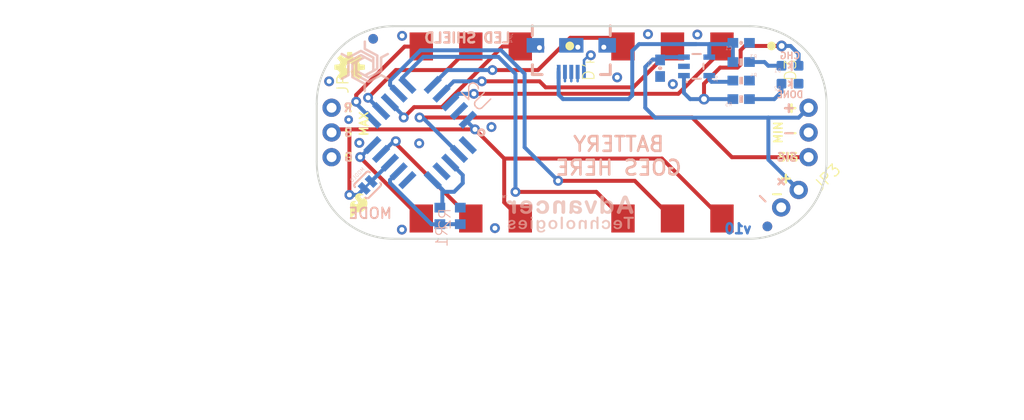
<source format=kicad_pcb>
(kicad_pcb (version 20211014) (generator pcbnew)
  (layers (0 "F.Cu" signal) (31 "B.Cu" signal) (34 "B.Paste" user) (35 "F.Paste" user) (36 "B.SilkS" user "B.Silkscreen") (37 "F.SilkS" user "F.Silkscreen") (38 "B.Mask" user) (39 "F.Mask" user) (44 "Edge.Cuts" user))
  (net 0 "")
  (net 1 "GND")
  (net 2 "SIG")
  (net 3 "+VS")
  (net 4 "SHLD_PWR")
  (net 5 "RAW")
  (net 6 "N$1")
  (net 7 "N$2")
  (net 8 "N$4")
  (net 9 "N$8")
  (net 10 "N$11")
  (net 11 "N$12")
  (net 12 "N$13")
  (net 13 "N$14")
  (net 14 "N$19")
  (net 15 "N$20")
  (net 16 "N$3")
  (net 17 "N$5")
  (net 18 "N$6")
  (net 19 "VBUS")
  (net 20 "N$10")
  (net 21 "N$15")
  (net 22 "N$17")
  (net 23 "N$9")
  (net 24 "SHIELD")
  (net 25 "D-")
  (net 26 "D+")
  (net 27 "ID")
  (footprint "boardEagle:FIDUCIAL-1X2" (layer "F.Cu") (at 128.13046 95.377)
    (fp_text reference "FID4" hide)
    (fp_text value "FIDUCIAL1X2" hide)
    (pad "1" smd roundrect (at 0 0) (size 1 1) (layers "F.Cu" "F.Mask") (roundrect_rratio 0.5))
  )
  (footprint "boardEagle:OSHW-LOGO-S" (layer "F.Cu") (at 125.71746 98.298)
    (fp_text reference "LOGO2" hide)
    (fp_text value "OSHW-LOGOS" hide)
  )
  (footprint "boardEagle:SFE_LOGO_FLAME_.1" (layer "F.Cu") (at 125.48886 114.173)
    (fp_text reference "LOGO1" hide)
    (fp_text value "SFE_LOGO_FLAME.1_INCH" hide)
  )
  (footprint "boardEagle:1X02_NO_SILK" (layer "F.Cu") (at 171.80576 110.9091 -135)
    (fp_text reference "JP3" (at -1.3462 -1.8288 -135) (layer "F.SilkS") (effects (font (size 1.143 1.143) (thickness 0.127)) (justify left bottom)))
    (fp_text value "LiPo")
    (pad "1" thru_hole circle (at 0 0 315) (size 1.8796 1.8796) (drill 1.016) (layers *.Cu *.Mask) (net 3 "+VS"))
    (pad "2" thru_hole circle (at 2.54 0 315) (size 1.8796 1.8796) (drill 1.016) (layers *.Cu *.Mask) (net 1 "GND"))
  )
  (footprint "boardEagle:1X03_NO_SILK" (layer "F.Cu") (at 172.82176 102.4636 -90)
    (fp_text reference "JP2" hide)
    (fp_text value "Signal" hide)
    (pad "1" thru_hole circle (at 0 0) (size 1.8796 1.8796) (drill 1.016) (layers *.Cu *.Mask) (net 3 "+VS"))
    (pad "2" thru_hole circle (at 2.54 0) (size 1.8796 1.8796) (drill 1.016) (layers *.Cu *.Mask) (net 1 "GND"))
    (pad "3" thru_hole circle (at 5.08 0) (size 1.8796 1.8796) (drill 1.016) (layers *.Cu *.Mask) (net 2 "SIG"))
  )
  (footprint "boardEagle:CREATIVE_COMMONS" (layer "F.Cu") (at 110.14726 131.4196)
    (fp_text reference "FRAME1" hide)
    (fp_text value "FRAME-LETTER" hide)
  )
  (footprint "boardEagle:LED_BAR_SMD" (layer "F.Cu") (at 158.85176 105.0036 180)
    (fp_text reference "D3" (at -11.43 7.62 270) (layer "F.SilkS") (effects (font (size 1.1684 1.1684) (thickness 0.1016)) (justify right top)))
    (fp_text value "SMA-B500")
    (pad "1" smd rect (at -5.08 8.84 270) (size 2.88 2.4) (layers "F.Cu" "F.Paste" "F.Mask") (net 6 "N$1"))
    (pad "2" smd rect (at 0 8.84 270) (size 2.88 2.4) (layers "F.Cu" "F.Paste" "F.Mask") (net 7 "N$2"))
    (pad "3" smd rect (at 5.08 8.84 270) (size 2.88 2.4) (layers "F.Cu" "F.Paste" "F.Mask") (net 8 "N$4"))
    (pad "4" smd rect (at 5.08 -8.84 270) (size 2.88 2.4) (layers "F.Cu" "F.Paste" "F.Mask") (net 9 "N$8"))
    (pad "5" smd rect (at 0 -8.84 270) (size 2.88 2.4) (layers "F.Cu" "F.Paste" "F.Mask") (net 16 "N$3"))
    (pad "6" smd rect (at -5.08 -8.84 270) (size 2.88 2.4) (layers "F.Cu" "F.Paste" "F.Mask") (net 4 "SHLD_PWR"))
  )
  (footprint "boardEagle:1X03_NO_SILK" (layer "F.Cu") (at 123.86326 102.4636 -90)
    (fp_text reference "JP1" (at -1.3462 -1.8288 -90) (layer "F.SilkS") (effects (font (size 1.143 1.143) (thickness 0.127)) (justify left bottom)))
    (fp_text value "Power")
    (pad "1" thru_hole circle (at 0 0) (size 1.8796 1.8796) (drill 1.016) (layers *.Cu *.Mask) (net 5 "RAW"))
    (pad "2" thru_hole circle (at 2.54 0) (size 1.8796 1.8796) (drill 1.016) (layers *.Cu *.Mask) (net 4 "SHLD_PWR"))
    (pad "3" thru_hole circle (at 5.08 0) (size 1.8796 1.8796) (drill 1.016) (layers *.Cu *.Mask) (net 1 "GND"))
  )
  (footprint "boardEagle:FIDUCIAL-1X2" (layer "F.Cu") (at 168.59266 114.6556)
    (fp_text reference "FID3" hide)
    (fp_text value "FIDUCIAL1X2" hide)
    (pad "1" smd roundrect (at 0 0) (size 1 1) (layers "F.Cu" "F.Mask") (roundrect_rratio 0.5))
  )
  (footprint "boardEagle:LED_BAR_SMD" (layer "F.Cu") (at 138.15076 105.0036 180)
    (fp_text reference "D4" (at -11.43 7.62 270) (layer "F.SilkS") (effects (font (size 1.1684 1.1684) (thickness 0.1016)) (justify right top)))
    (fp_text value "SMA-B500")
    (pad "1" smd rect (at -5.08 8.84 270) (size 2.88 2.4) (layers "F.Cu" "F.Paste" "F.Mask") (net 17 "N$5"))
    (pad "2" smd rect (at 0 8.84 270) (size 2.88 2.4) (layers "F.Cu" "F.Paste" "F.Mask") (net 10 "N$11"))
    (pad "3" smd rect (at 5.08 8.84 270) (size 2.88 2.4) (layers "F.Cu" "F.Paste" "F.Mask") (net 11 "N$12"))
    (pad "4" smd rect (at 5.08 -8.84 270) (size 2.88 2.4) (layers "F.Cu" "F.Paste" "F.Mask") (net 12 "N$13"))
    (pad "5" smd rect (at 0 -8.84 270) (size 2.88 2.4) (layers "F.Cu" "F.Paste" "F.Mask") (net 13 "N$14"))
    (pad "6" smd rect (at -5.08 -8.84 270) (size 2.88 2.4) (layers "F.Cu" "F.Paste" "F.Mask") (net 4 "SHLD_PWR"))
  )
  (footprint "boardEagle:PLCC20S" (layer "B.Cu") (at 132.94376 105.0036 135)
    (fp_text reference "U2" (at -3.175 5.715 315) (layer "B.SilkS") (effects (font (size 1.63576 1.63576) (thickness 0.14224)) (justify left bottom mirror)))
    (fp_text value "LM3914V")
    (pad "1" smd rect (at 0 4.3825 135) (size 0.63 2.035) (layers "B.Cu" "B.Paste" "B.Mask") (net 6 "N$1"))
    (pad "2" smd rect (at -1.27 4.3825 135) (size 0.63 2.035) (layers "B.Cu" "B.Paste" "B.Mask") (net 1 "GND"))
    (pad "3" smd rect (at -2.54 4.3825 135) (size 0.63 2.035) (layers "B.Cu" "B.Paste" "B.Mask") (net 4 "SHLD_PWR"))
    (pad "4" smd rect (at -4.3825 2.54 45) (size 0.63 2.035) (layers "B.Cu" "B.Paste" "B.Mask") (net 1 "GND"))
    (pad "5" smd rect (at -4.3825 1.27 45) (size 0.63 2.035) (layers "B.Cu" "B.Paste" "B.Mask") (net 2 "SIG"))
    (pad "6" smd rect (at -4.3825 0 45) (size 0.63 2.035) (layers "B.Cu" "B.Paste" "B.Mask") (net 15 "N$20"))
    (pad "7" smd rect (at -4.3825 -1.27 45) (size 0.63 2.035) (layers "B.Cu" "B.Paste" "B.Mask"))
    (pad "8" smd rect (at -4.3825 -2.54 45) (size 0.63 2.035) (layers "B.Cu" "B.Paste" "B.Mask") (net 15 "N$20"))
    (pad "9" smd rect (at -2.54 -4.3825 135) (size 0.63 2.035) (layers "B.Cu" "B.Paste" "B.Mask"))
    (pad "10" smd rect (at -1.27 -4.3825 135) (size 0.63 2.035) (layers "B.Cu" "B.Paste" "B.Mask") (net 14 "N$19"))
    (pad "11" smd rect (at 0 -4.3825 135) (size 0.63 2.035) (layers "B.Cu" "B.Paste" "B.Mask") (net 18 "N$6"))
    (pad "12" smd rect (at 1.27 -4.3825 135) (size 0.63 2.035) (layers "B.Cu" "B.Paste" "B.Mask") (net 13 "N$14"))
    (pad "13" smd rect (at 2.54 -4.3825 135) (size 0.63 2.035) (layers "B.Cu" "B.Paste" "B.Mask") (net 12 "N$13"))
    (pad "14" smd rect (at 4.3825 -2.54 45) (size 0.63 2.035) (layers "B.Cu" "B.Paste" "B.Mask") (net 11 "N$12"))
    (pad "15" smd rect (at 4.3825 -1.27 45) (size 0.63 2.035) (layers "B.Cu" "B.Paste" "B.Mask") (net 10 "N$11"))
    (pad "16" smd rect (at 4.3825 0 45) (size 0.63 2.035) (layers "B.Cu" "B.Paste" "B.Mask") (net 17 "N$5"))
    (pad "17" smd rect (at 4.3825 1.27 45) (size 0.63 2.035) (layers "B.Cu" "B.Paste" "B.Mask") (net 16 "N$3"))
    (pad "18" smd rect (at 4.3825 2.54 45) (size 0.63 2.035) (layers "B.Cu" "B.Paste" "B.Mask") (net 9 "N$8"))
    (pad "19" smd rect (at 2.54 4.3825 135) (size 0.63 2.035) (layers "B.Cu" "B.Paste" "B.Mask") (net 8 "N$4"))
    (pad "20" smd rect (at 1.27 4.3825 135) (size 0.63 2.035) (layers "B.Cu" "B.Paste" "B.Mask") (net 7 "N$2"))
  )
  (footprint "boardEagle:FIDUCIAL-1X2" (layer "B.Cu") (at 128.13046 95.377 180)
    (fp_text reference "FID1" hide)
    (fp_text value "FIDUCIAL1X2" hide)
    (pad "1" smd roundrect (at 0 0 180) (size 1 1) (layers "B.Cu" "B.Mask") (roundrect_rratio 0.5))
  )
  (footprint "boardEagle:R0603" (layer "B.Cu") (at 137.07126 113.5761 -90)
    (fp_text reference "R2" (at -0.889 0.889 90) (layer "B.SilkS") (effects (font (size 1.1684 1.1684) (thickness 0.1016)) (justify left bottom mirror)))
    (fp_text value "7.5k")
    (pad "1" smd rect (at -0.85 0 270) (size 1 1.1) (layers "B.Cu" "B.Paste" "B.Mask") (net 1 "GND"))
    (pad "2" smd rect (at 0.85 0 270) (size 1 1.1) (layers "B.Cu" "B.Paste" "B.Mask") (net 14 "N$19"))
  )
  (footprint "boardEagle:SOT23-5" (layer "B.Cu") (at 161.32826 98.2091 90)
    (fp_text reference "U1" (at -0.889 2.159 270) (layer "B.SilkS") (effects (font (size 0.373888 0.373888) (thickness 0.032512)) (justify left bottom mirror)))
    (fp_text value "MCP73831")
    (pad "1" smd rect (at -0.95 -1.3001 90) (size 0.55 1.2) (layers "B.Cu" "B.Paste" "B.Mask") (net 21 "N$15"))
    (pad "2" smd rect (at 0 -1.3001 90) (size 0.55 1.2) (layers "B.Cu" "B.Paste" "B.Mask") (net 1 "GND"))
    (pad "3" smd rect (at 0.95 -1.3001 90) (size 0.55 1.2) (layers "B.Cu" "B.Paste" "B.Mask") (net 3 "+VS"))
    (pad "4" smd rect (at 0.95 1.3001 90) (size 0.55 1.2) (layers "B.Cu" "B.Paste" "B.Mask") (net 19 "VBUS"))
    (pad "5" smd rect (at -0.95 1.3001 90) (size 0.55 1.2) (layers "B.Cu" "B.Paste" "B.Mask") (net 22 "N$17"))
  )
  (footprint "boardEagle:FIDUCIAL-1X2" (layer "B.Cu") (at 168.59266 114.6556 180)
    (fp_text reference "FID2" hide)
    (fp_text value "FIDUCIAL1X2" hide)
    (pad "1" smd roundrect (at 0 0 180) (size 1 1) (layers "B.Cu" "B.Mask") (roundrect_rratio 0.5))
  )
  (footprint "boardEagle:SPIRAL_LOGO_60%" (layer "B.Cu") (at 127.22876 98.2091 180)
    (fp_text reference "U$9" hide)
    (fp_text value "" hide)
  )
  (footprint "boardEagle:PAD-JUMPER-2-NC_BY_TRACE_YES_SILK" (layer "B.Cu") (at 127.564856 110.393397 -135)
    (fp_text reference "MODE0" (at -0.9525 1.27 45) (layer "B.SilkS") (effects (font (size 0.373888 0.373888) (thickness 0.032512)) (justify left bottom mirror)))
    (fp_text value "JUMPER-PAD-2-NC_BY_TRACE")
    (fp_line (start -0.381 0) (end 0.381 0) (layer "B.Cu") (width 0.254))
    (pad "1" smd rect (at -0.508 0 225) (size 0.635 1.27) (layers "B.Cu" "B.Mask") (net 18 "N$6"))
    (pad "2" smd rect (at 0.508 0 225) (size 0.635 1.27) (layers "B.Cu" "B.Mask") (net 4 "SHLD_PWR"))
  )
  (footprint "boardEagle:USB-B-MICRO-SMD_V03" (layer "B.Cu") (at 148.46626 96.0501 -90)
    (fp_text reference "JP4" (at -1.27 5.969 90) (layer "B.SilkS") (effects (font (size 0.373888 0.373888) (thickness 0.032512)) (justify left bottom mirror)))
    (fp_text value "")
    (pad "" np_thru_hole circle (at 2.2 -1.9 270) (size 0.85 0.85) (drill 0.85) (layers *.Cu *.Mask))
    (pad "" np_thru_hole circle (at 2.2 1.9 270) (size 0.85 0.85) (drill 0.85) (layers *.Cu *.Mask))
    (pad "D+" smd rect (at 2.725 0 180) (size 0.4 1.45) (layers "B.Cu" "B.Paste" "B.Mask") (net 26 "D+"))
    (pad "D-" smd rect (at 2.725 0.65 180) (size 0.4 1.45) (layers "B.Cu" "B.Paste" "B.Mask") (net 25 "D-"))
    (pad "GND" smd rect (at 2.725 -1.3 180) (size 0.4 1.45) (layers "B.Cu" "B.Paste" "B.Mask") (net 1 "GND"))
    (pad "ID" smd rect (at 2.725 -0.65 180) (size 0.4 1.45) (layers "B.Cu" "B.Paste" "B.Mask") (net 27 "ID"))
    (pad "SHIELD1" smd rect (at 0 3.685 180) (size 1.8 1.5) (layers "B.Cu") (net 24 "SHIELD"))
    (pad "SHIELD2" smd rect (at 0 -3.685 180) (size 1.8 1.5) (layers "B.Cu") (net 24 "SHIELD"))
    (pad "SHIELD3" smd rect (at 0 0 180) (size 2.5 1.5) (layers "B.Cu") (net 24 "SHIELD"))
    (pad "VBUS" smd rect (at 2.725 1.3 180) (size 0.4 1.45) (layers "B.Cu" "B.Paste" "B.Mask") (net 19 "VBUS"))
  )
  (footprint "boardEagle:R0603" (layer "B.Cu") (at 134.97576 113.5761 90)
    (fp_text reference "R1" (at -0.889 0.889 270) (layer "B.SilkS") (effects (font (size 1.1684 1.1684) (thickness 0.1016)) (justify left bottom mirror)))
    (fp_text value "6.49k")
    (pad "1" smd rect (at -0.85 0 90) (size 1 1.1) (layers "B.Cu" "B.Paste" "B.Mask") (net 14 "N$19"))
    (pad "2" smd rect (at 0.85 0 90) (size 1 1.1) (layers "B.Cu" "B.Paste" "B.Mask") (net 15 "N$20"))
  )
  (footprint "boardEagle:0603-RES" (layer "B.Cu") (at 165.90026 99.6696 180)
    (fp_text reference "R4" (at -0.889 0.762) (layer "B.SilkS") (effects (font (size 0.373888 0.373888) (thickness 0.032512)) (justify right top mirror)))
    (fp_text value "10K")
    (pad "1" smd rect (at -0.85 0 180) (size 1.1 1) (layers "B.Cu" "B.Paste" "B.Mask") (net 1 "GND"))
    (pad "2" smd rect (at 0.85 0 180) (size 1.1 1) (layers "B.Cu" "B.Paste" "B.Mask") (net 22 "N$17"))
  )
  (footprint "boardEagle:0603-CAP" (layer "B.Cu") (at 165.90026 95.7961)
    (fp_text reference "C1" (at -0.889 0.762 180) (layer "B.SilkS") (effects (font (size 0.373888 0.373888) (thickness 0.032512)) (justify left bottom mirror)))
    (fp_text value "4.7uF")
    (pad "1" smd rect (at -0.85 0) (size 1.1 1) (layers "B.Cu" "B.Paste" "B.Mask") (net 19 "VBUS"))
    (pad "2" smd rect (at 0.85 0) (size 1.1 1) (layers "B.Cu" "B.Paste" "B.Mask") (net 1 "GND"))
  )
  (footprint "boardEagle:0603-RES" (layer "B.Cu") (at 165.90026 101.5746)
    (fp_text reference "R5" (at -0.889 0.762 180) (layer "B.SilkS") (effects (font (size 0.373888 0.373888) (thickness 0.032512)) (justify left bottom mirror)))
    (fp_text value "330")
    (pad "1" smd rect (at -0.85 0) (size 1.1 1) (layers "B.Cu" "B.Paste" "B.Mask") (net 21 "N$15"))
    (pad "2" smd rect (at 0.85 0) (size 1.1 1) (layers "B.Cu" "B.Paste" "B.Mask") (net 23 "N$9"))
  )
  (footprint "boardEagle:ADVANCER_LOGO" (layer "B.Cu") (at 148.46626 113.5761 180)
    (fp_text reference "U$6" hide)
    (fp_text value "" hide)
  )
  (footprint "boardEagle:0603-CAP" (layer "B.Cu") (at 157.58176 98.3996 -90)
    (fp_text reference "C2" (at -0.889 0.762 90) (layer "B.SilkS") (effects (font (size 0.373888 0.373888) (thickness 0.032512)) (justify left bottom mirror)))
    (fp_text value "4.7uF")
    (pad "1" smd rect (at -0.85 0 270) (size 1.1 1) (layers "B.Cu" "B.Paste" "B.Mask") (net 3 "+VS"))
    (pad "2" smd rect (at 0.85 0 270) (size 1.1 1) (layers "B.Cu" "B.Paste" "B.Mask") (net 1 "GND"))
  )
  (footprint "boardEagle:0603-RES" (layer "B.Cu") (at 165.90026 97.7646 180)
    (fp_text reference "R3" (at -0.889 0.762) (layer "B.SilkS") (effects (font (size 0.373888 0.373888) (thickness 0.032512)) (justify right top mirror)))
    (fp_text value "330")
    (pad "1" smd rect (at -0.85 0 180) (size 1.1 1) (layers "B.Cu" "B.Paste" "B.Mask") (net 20 "N$10"))
    (pad "2" smd rect (at 0.85 0 180) (size 1.1 1) (layers "B.Cu" "B.Paste" "B.Mask") (net 19 "VBUS"))
  )
  (footprint "boardEagle:LED-0603" (layer "B.Cu") (at 170.91676 98.1456 90)
    (fp_text reference "D1" (at -0.6985 -0.889 180) (layer "B.SilkS") (effects (font (size 0.373888 0.373888) (thickness 0.032512)) (justify left bottom mirror)))
    (fp_text value "RED")
    (pad "A" smd roundrect (at 0 -0.877 90) (size 1 1) (layers "B.Cu" "B.Paste" "B.Mask") (roundrect_rratio 0.15) (net 20 "N$10"))
    (pad "C" smd roundrect (at 0 0.877 90) (size 1 1) (layers "B.Cu" "B.Paste" "B.Mask") (roundrect_rratio 0.15) (net 21 "N$15"))
  )
  (footprint "boardEagle:LED-0603" (layer "B.Cu") (at 170.91676 99.9871 90)
    (fp_text reference "D2" (at -0.6985 -0.889 180) (layer "B.SilkS") (effects (font (size 0.373888 0.373888) (thickness 0.032512)) (justify left bottom mirror)))
    (fp_text value "GREEN")
    (pad "A" smd roundrect (at 0 -0.877 90) (size 1 1) (layers "B.Cu" "B.Paste" "B.Mask") (roundrect_rratio 0.15) (net 23 "N$9"))
    (pad "C" smd roundrect (at 0 0.877 90) (size 1 1) (layers "B.Cu" "B.Paste" "B.Mask") (roundrect_rratio 0.15) (net 1 "GND"))
  )
  (gr_line (start 174.66326 102.0191) (end 174.66326 107.9246) (layer "Edge.Cuts") (width 0.2032))
  (gr_line (start 130.11801 115.9256) (end 130.14976 115.9256) (layer "Edge.Cuts") (width 0.2032))
  (gr_line (start 166.78926 94.0816) (end 130.14976 94.0816) (layer "Edge.Cuts") (width 0.2032))
  (gr_arc (start 122.33926 102.0826) (mid 124.587449 96.464492) (end 130.14976 94.0816) (layer "Edge.Cuts") (width 0.2032))
  (gr_arc (start 130.14976 115.9256) (mid 124.6006 113.574458) (end 122.33926 107.9881) (layer "Edge.Cuts") (width 0.2032))
  (gr_line (start 130.14976 115.9256) (end 166.78926 115.9256) (layer "Edge.Cuts") (width 0.2032))
  (gr_line (start 122.33926 102.0826) (end 122.33926 102.0191) (layer "Edge.Cuts") (width 0.2032))
  (gr_line (start 122.33926 107.9881) (end 122.33926 102.0826) (layer "Edge.Cuts") (width 0.2032))
  (gr_arc (start 174.66326 107.9246) (mid 172.383321 113.555859) (end 166.78926 115.9256) (layer "Edge.Cuts") (width 0.2032))
  (gr_arc (start 166.78926 94.0816) (mid 172.37017 96.419591) (end 174.66326 102.0191) (layer "Edge.Cuts") (width 0.2032))
  (gr_text "v10" (at 167.09406 115.4938) (layer "B.Cu") (effects (font (size 1.016 1.016) (thickness 0.254)) (justify left bottom mirror)))
  (gr_text "DONE" (at 170.91676 100.711) (layer "B.SilkS") (effects (font (size 0.674624 0.674624) (thickness 0.138176)) (justify top mirror)))
  (gr_text "MODE" (at 127.83201 113.3094) (layer "B.SilkS") (effects (font (size 1.0795 1.0795) (thickness 0.1905)) (justify mirror)))
  (gr_text "+" (at 171.04761 110.150954 315) (layer "B.SilkS") (effects (font (size 1.016 1.016) (thickness 0.254)) (justify right top)))
  (gr_text "LED SHIELD" (at 137.80786 95.885) (layer "B.SilkS") (effects (font (size 1.016 1.016) (thickness 0.254)) (justify bottom mirror)))
  (gr_text "-" (at 169.16121 111.884054 315) (layer "B.SilkS") (effects (font (size 1.0541 1.0541) (thickness 0.2159)) (justify right top)))
  (gr_text "BATTERY\nGOES HERE" (at 153.32726 107.4166) (layer "B.SilkS") (effects (font (size 1.5113 1.5113) (thickness 0.2667)) (justify mirror)))
  (gr_text "+" (at 171.59621 102.4382) (layer "B.SilkS") (effects (font (size 1.016 1.016) (thickness 0.254)) (justify left mirror)))
  (gr_text "SIG" (at 171.71926 107.5436) (layer "B.SilkS") (effects (font (size 0.84328 0.84328) (thickness 0.17272)) (justify left mirror)))
  (gr_text "-" (at 171.61526 105.0036) (layer "B.SilkS") (effects (font (size 1.0541 1.0541) (thickness 0.2159)) (justify left mirror)))
  (gr_text "G" (at 125.06976 107.5436) (layer "B.SilkS") (effects (font (size 0.84328 0.84328) (thickness 0.17272)) (justify right mirror)))
  (gr_text "R" (at 125.00626 102.4636) (layer "B.SilkS") (effects (font (size 0.84328 0.84328) (thickness 0.17272)) (justify right mirror)))
  (gr_text "S" (at 125.06976 105.0036) (layer "B.SilkS") (effects (font (size 0.84328 0.84328) (thickness 0.17272)) (justify right mirror)))
  (gr_text "R" (at 125.00626 102.4636) (layer "B.SilkS") (effects (font (size 0.84328 0.84328) (thickness 0.17272)) (justify right mirror)))
  (gr_text "CHG" (at 170.91676 97.5106) (layer "B.SilkS") (effects (font (size 0.674624 0.674624) (thickness 0.138176)) (justify bottom mirror)))
  (gr_text "G" (at 125.06976 107.5436) (layer "F.SilkS") (effects (font (size 0.84328 0.84328) (thickness 0.17272)) (justify left)))
  (gr_text "MIN" (at 169.71026 105.0036 90) (layer "F.SilkS") (effects (font (size 0.84328 0.84328) (thickness 0.17272))))
  (gr_text "SIG" (at 171.86926 107.5436) (layer "F.SilkS") (effects (font (size 0.84328 0.84328) (thickness 0.17272)) (justify right)))
  (gr_text "+" (at 171.28506 109.6772) (layer "F.SilkS") (effects (font (size 1.016 1.016) (thickness 0.254)) (justify right)))
  (gr_text "-" (at 171.86926 105.0036) (layer "F.SilkS") (effects (font (size 1.0541 1.0541) (thickness 0.2159)) (justify right)))
  (gr_text "+" (at 171.86291 102.4382) (layer "F.SilkS") (effects (font (size 1.016 1.016) (thickness 0.254)) (justify right)))
  (gr_text "S" (at 125.06976 105.0036) (layer "F.SilkS") (effects (font (size 0.84328 0.84328) (thickness 0.17272)) (justify left)))
  (gr_text "MAX" (at 127.18826 104.1146 90) (layer "F.SilkS") (effects (font (size 0.84328 0.84328) (thickness 0.17272))))
  (gr_text "R" (at 125.06976 102.4636) (layer "F.SilkS") (effects (font (size 0.84328 0.84328) (thickness 0.17272)) (justify left)))
  (gr_text "-" (at 170.37066 111.2774) (layer "F.SilkS") (effects (font (size 1.0541 1.0541) (thickness 0.2159)) (justify right)))
  (via (at 158.88956 100.0342) (size 1.016) (drill 0.508) (layers "F.Cu" "B.Cu") (net 1))
  (via (at 123.60926 99.7458) (size 1.016) (drill 0.508) (layers "F.Cu" "B.Cu") (net 1))
  (via (at 132.85486 106.1212) (size 1.016) (drill 0.508) (layers "F.Cu" "B.Cu") (net 1))
  (via (at 153.17486 99.3394) (size 1.016) (drill 0.508) (layers "F.Cu" "B.Cu") (net 1))
  (via (at 126.70726 106.0688) (size 1.016) (drill 0.508) (layers "F.Cu" "B.Cu") (net 1))
  (via (at 131.10226 95.0722) (size 1.016) (drill 0.508) (layers "F.Cu" "B.Cu") (net 1))
  (via (at 161.40416 94.9415) (size 1.016) (drill 0.508) (layers "F.Cu" "B.Cu") (net 1))
  (via (at 131.07686 114.9858) (size 1.016) (drill 0.508) (layers "F.Cu" "B.Cu") (net 1))
  (via (at 125.61586 103.6828) (size 0.889) (drill 0.381) (layers "F.Cu" "B.Cu") (net 1))
  (via (at 156.33686 94.9034) (size 1.016) (drill 0.508) (layers "F.Cu" "B.Cu") (net 1))
  (via (at 150.46976 97.0661) (size 1.016) (drill 0.508) (layers "F.Cu" "B.Cu") (net 1))
  (via (at 140.62726 114.8334) (size 1.016) (drill 0.508) (layers "F.Cu" "B.Cu") (net 1))
  (via (at 140.27166 104.4448) (size 1.016) (drill 0.508) (layers "F.Cu" "B.Cu") (net 1))
  (segment (start 149.77126 98.4758) (end 149.76626 98.4758) (width 0.254) (layer "B.Cu") (net 1))
  (segment (start 149.77126 97.5741) (end 150.08876 97.2566) (width 0.254) (layer "B.Cu") (net 1))
  (segment (start 149.77126 98.4758) (end 149.77126 97.5741) (width 0.254) (layer "B.Cu") (net 1))
  (segment (start 149.76626 98.4758) (end 149.76626 98.7751) (width 0.254) (layer "B.Cu") (net 1))
  (segment (start 160.87106 103.4669) (end 164.94776 107.5436) (width 0.4064) (layer "F.Cu") (net 2))
  (segment (start 164.94776 107.5436) (end 172.82176 107.5436) (width 0.4064) (layer "F.Cu") (net 2))
  (segment (start 132.89296 103.4669) (end 160.87106 103.4669) (width 0.4064) (layer "F.Cu") (net 2))
  (via (at 132.89296 103.4669) (size 1.016) (drill 0.508) (layers "F.Cu" "B.Cu") (net 2))
  (segment (start 136.940681 107.204472) (end 133.203113 103.4669) (width 0.4064) (layer "B.Cu") (net 2))
  (segment (start 133.203113 103.4669) (end 132.89296 103.4669) (width 0.4064) (layer "B.Cu") (net 2))
  (segment (start 156.05776 102.4636) (end 156.05776 98.2726) (width 0.4064) (layer "B.Cu") (net 3))
  (segment (start 156.05776 102.4636) (end 157.07376 103.4796) (width 0.4064) (layer "B.Cu") (net 3))
  (segment (start 157.58176 97.5106) (end 157.58176 97.2591) (width 0.4064) (layer "B.Cu") (net 3))
  (segment (start 157.58176 97.5106) (end 157.58176 97.5496) (width 0.4064) (layer "B.Cu") (net 3))
  (segment (start 171.80576 110.9091) (end 168.69426 107.7976) (width 0.4064) (layer "B.Cu") (net 3))
  (segment (start 157.58176 97.5106) (end 156.81976 97.5106) (width 0.4064) (layer "B.Cu") (net 3))
  (segment (start 168.69426 107.7976) (end 168.69426 103.4796) (width 0.4064) (layer "B.Cu") (net 3))
  (segment (start 157.58176 97.2591) (end 160.02816 97.2591) (width 0.4064) (layer "B.Cu") (net 3))
  (segment (start 157.07376 103.4796) (end 168.69426 103.4796) (width 0.4064) (layer "B.Cu") (net 3))
  (segment (start 156.81976 97.5106) (end 156.05776 98.2726) (width 0.4064) (layer "B.Cu") (net 3))
  (segment (start 168.69426 103.4796) (end 171.80576 103.4796) (width 0.4064) (layer "B.Cu") (net 3))
  (segment (start 171.80576 103.4796) (end 172.82176 102.4636) (width 0.4064) (layer "B.Cu") (net 3))
  (segment (start 157.77146 107.6833) (end 163.93176 113.8436) (width 0.4064) (layer "F.Cu") (net 4))
  (segment (start 141.57976 112.1926) (end 143.23076 113.8436) (width 0.4064) (layer "F.Cu") (net 4))
  (segment (start 125.69206 104.6861) (end 125.69206 111.4171) (width 0.4064) (layer "F.Cu") (net 4))
  (segment (start 138.58256 104.6861) (end 141.57976 107.6833) (width 0.4064) (layer "F.Cu") (net 4))
  (segment (start 138.58256 104.6861) (end 125.69206 104.6861) (width 0.4064) (layer "F.Cu") (net 4))
  (segment (start 141.57976 107.6833) (end 141.57976 112.1926) (width 0.4064) (layer "F.Cu") (net 4))
  (segment (start 124.09186 104.775) (end 123.86326 105.0036) (width 0.4064) (layer "F.Cu") (net 4))
  (segment (start 157.77146 107.6833) (end 141.57976 107.6833) (width 0.4064) (layer "F.Cu") (net 4))
  (segment (start 124.09186 104.6861) (end 124.09186 104.775) (width 0.4064) (layer "F.Cu") (net 4))
  (segment (start 125.69206 104.6861) (end 124.09186 104.6861) (width 0.4064) (layer "F.Cu") (net 4))
  (via (at 125.69206 111.4171) (size 1.016) (drill 0.508) (layers "F.Cu" "B.Cu") (net 4))
  (via (at 138.58256 104.6861) (size 1.016) (drill 0.508) (layers "F.Cu" "B.Cu") (net 4))
  (segment (start 137.76976 103.8733) (end 137.76976 103.769704) (width 0.4064) (layer "B.Cu") (net 4))
  (segment (start 137.76976 103.769704) (end 137.838706 103.700757) (width 0.4064) (layer "B.Cu") (net 4))
  (segment (start 125.69206 111.4171) (end 126.541156 111.4171) (width 0.4064) (layer "B.Cu") (net 4))
  (segment (start 126.541156 111.4171) (end 127.205647 110.75261) (width 0.4064) (layer "B.Cu") (net 4))
  (segment (start 138.58256 104.6861) (end 137.76976 103.8733) (width 0.4064) (layer "B.Cu") (net 4))
  (segment (start 163.91906 96.5581) (end 159.44866 101.0285) (width 0.4064) (layer "F.Cu") (net 6))
  (segment (start 159.44866 101.0285) (end 138.46826 101.0285) (width 0.4064) (layer "F.Cu") (net 6))
  (segment (start 163.91906 96.5581) (end 163.91906 96.1763) (width 0.4064) (layer "F.Cu") (net 6))
  (segment (start 163.91906 96.1763) (end 163.93176 96.1636) (width 0.4064) (layer "F.Cu") (net 6))
  (via (at 138.46826 101.0285) (size 1.016) (drill 0.508) (layers "F.Cu" "B.Cu") (net 6))
  (segment (start 136.89346 101.0285) (end 138.46826 101.0285) (width 0.4064) (layer "B.Cu") (net 6))
  (segment (start 136.042656 101.904707) (end 136.042656 101.879304) (width 0.4064) (layer "B.Cu") (net 6))
  (segment (start 136.042656 101.879304) (end 136.89346 101.0285) (width 0.4064) (layer "B.Cu") (net 6))
  (segment (start 145.21196 99.7458) (end 145.83426 100.3681) (width 0.4064) (layer "F.Cu") (net 7))
  (segment (start 158.63586 96.5581) (end 154.82586 100.3681) (width 0.4064) (layer "F.Cu") (net 7))
  (segment (start 139.28106 99.7458) (end 145.21196 99.7458) (width 0.4064) (layer "F.Cu") (net 7))
  (segment (start 145.83426 100.3681) (end 154.82586 100.3681) (width 0.4064) (layer "F.Cu") (net 7))
  (segment (start 158.63586 96.3795) (end 158.85176 96.1636) (width 0.4064) (layer "F.Cu") (net 7))
  (segment (start 158.63586 96.5581) (end 158.63586 96.3795) (width 0.4064) (layer "F.Cu") (net 7))
  (via (at 139.28106 99.7458) (size 1.016) (drill 0.508) (layers "F.Cu" "B.Cu") (net 7))
  (segment (start 135.144631 101.006682) (end 136.40551 99.7458) (width 0.4064) (layer "B.Cu") (net 7))
  (segment (start 136.40551 99.7458) (end 139.28106 99.7458) (width 0.4064) (layer "B.Cu") (net 7))
  (segment (start 152.97166 95.2754) (end 153.77176 96.0755) (width 0.4064) (layer "F.Cu") (net 8))
  (segment (start 148.36156 95.2754) (end 152.97166 95.2754) (width 0.4064) (layer "F.Cu") (net 8))
  (segment (start 145.04686 98.5901) (end 140.37326 98.5901) (width 0.4064) (layer "F.Cu") (net 8))
  (segment (start 153.77176 96.0755) (end 153.77176 96.1636) (width 0.4064) (layer "F.Cu") (net 8))
  (segment (start 148.36156 95.2754) (end 145.04686 98.5901) (width 0.4064) (layer "F.Cu") (net 8))
  (segment (start 153.56936 95.9612) (end 153.77176 96.1636) (width 0.4064) (layer "F.Cu") (net 8))
  (via (at 140.37326 98.5901) (size 1.016) (drill 0.508) (layers "F.Cu" "B.Cu") (net 8))
  (segment (start 134.246606 100.108657) (end 135.765163 98.5901) (width 0.4064) (layer "B.Cu") (net 8))
  (segment (start 135.765163 98.5901) (end 140.37326 98.5901) (width 0.4064) (layer "B.Cu") (net 8))
  (segment (start 151.04046 111.1123) (end 153.77176 113.8436) (width 0.4064) (layer "F.Cu") (net 9))
  (segment (start 142.73546 111.1123) (end 151.04046 111.1123) (width 0.4064) (layer "F.Cu") (net 9))
  (via (at 142.73546 111.1123) (size 1.016) (drill 0.508) (layers "F.Cu" "B.Cu") (net 9))
  (segment (start 131.07686 99.441) (end 131.640916 100.005057) (width 0.4064) (layer "B.Cu") (net 9))
  (segment (start 140.98286 97.2312) (end 142.73546 98.9838) (width 0.4064) (layer "B.Cu") (net 9))
  (segment (start 131.07686 99.441) (end 133.28666 97.2312) (width 0.4064) (layer "B.Cu") (net 9))
  (segment (start 131.16576 99.4791) (end 131.16576 99.633497) (width 0.4064) (layer "B.Cu") (net 9))
  (segment (start 133.28666 97.2312) (end 140.98286 97.2312) (width 0.4064) (layer "B.Cu") (net 9))
  (segment (start 142.73546 111.1123) (end 142.73546 98.9838) (width 0.4064) (layer "B.Cu") (net 9))
  (segment (start 131.640916 100.005057) (end 131.640916 100.108657) (width 0.4064) (layer "B.Cu") (net 9))
  (segment (start 131.16576 99.633497) (end 131.640916 100.108657) (width 0.4064) (layer "B.Cu") (net 9))
  (segment (start 130.45456 98.5901) (end 135.72426 98.5901) (width 0.4064) (layer "F.Cu") (net 10))
  (segment (start 127.60976 101.4349) (end 130.45456 98.5901) (width 0.4064) (layer "F.Cu") (net 10))
  (segment (start 135.72426 98.5901) (end 138.15076 96.1636) (width 0.4064) (layer "F.Cu") (net 10))
  (via (at 127.60976 101.4349) (size 1.016) (drill 0.508) (layers "F.Cu" "B.Cu") (net 10))
  (segment (start 128.946841 102.802732) (end 127.60976 101.465654) (width 0.4064) (layer "B.Cu") (net 10))
  (segment (start 127.60976 101.465654) (end 127.60976 101.4349) (width 0.4064) (layer "B.Cu") (net 10))
  (segment (start 126.39056 101.1428) (end 126.39056 101.8413) (width 0.4064) (layer "F.Cu") (net 11))
  (segment (start 126.39056 101.1428) (end 131.35626 96.1771) (width 0.4064) (layer "F.Cu") (net 11))
  (segment (start 131.35626 96.1771) (end 133.05726 96.1771) (width 0.4064) (layer "F.Cu") (net 11))
  (segment (start 133.05726 96.1771) (end 133.07076 96.1636) (width 0.4064) (layer "F.Cu") (net 11))
  (via (at 126.39056 101.8413) (size 1.016) (drill 0.508) (layers "F.Cu" "B.Cu") (net 11))
  (segment (start 128.048816 103.700757) (end 126.39056 102.042504) (width 0.4064) (layer "B.Cu") (net 11))
  (segment (start 126.39056 102.042504) (end 126.39056 101.8413) (width 0.4064) (layer "B.Cu") (net 11))
  (segment (start 126.79696 107.5698) (end 133.07076 113.8436) (width 0.4064) (layer "F.Cu") (net 12))
  (segment (start 126.79696 107.5309) (end 126.79696 107.5698) (width 0.4064) (layer "F.Cu") (net 12))
  (via (at 126.79696 107.5309) (size 1.016) (drill 0.508) (layers "F.Cu" "B.Cu") (net 12))
  (segment (start 126.824363 107.5309) (end 126.79696 107.5309) (width 0.4064) (layer "B.Cu") (net 12))
  (segment (start 128.048816 106.306447) (end 126.824363 107.5309) (width 0.4064) (layer "B.Cu") (net 12))
  (segment (start 130.45456 105.9053) (end 130.45456 106.1474) (width 0.4064) (layer "F.Cu") (net 13))
  (segment (start 130.45456 106.1474) (end 138.15076 113.8436) (width 0.4064) (layer "F.Cu") (net 13))
  (via (at 130.45456 105.9053) (size 1.016) (drill 0.508) (layers "F.Cu" "B.Cu") (net 13))
  (segment (start 130.24601 105.9053) (end 130.45456 105.9053) (width 0.4064) (layer "B.Cu") (net 13))
  (segment (start 128.946841 107.204472) (end 130.24601 105.9053) (width 0.4064) (layer "B.Cu") (net 13))
  (segment (start 130.742891 109.000522) (end 129.85766 109.885754) (width 0.4064) (layer "B.Cu") (net 14))
  (segment (start 134.96216 114.4397) (end 134.97576 114.4261) (width 0.4064) (layer "B.Cu") (net 14))
  (segment (start 134.97576 114.4261) (end 137.07126 114.4261) (width 0.4064) (layer "B.Cu") (net 14))
  (segment (start 129.85766 109.885754) (end 129.85766 110.1852) (width 0.4064) (layer "B.Cu") (net 14))
  (segment (start 129.85766 110.1852) (end 134.11216 114.4397) (width 0.4064) (layer "B.Cu") (net 14))
  (segment (start 134.11216 114.4397) (end 134.96216 114.4397) (width 0.4064) (layer "B.Cu") (net 14))
  (segment (start 137.32526 109.3851) (end 137.32526 110.2106) (width 0.4064) (layer "B.Cu") (net 15))
  (segment (start 137.32526 110.2106) (end 136.43626 111.0996) (width 0.4064) (layer "B.Cu") (net 15))
  (segment (start 134.97576 112.7261) (end 135.22976 112.7261) (width 0.4064) (layer "B.Cu") (net 15))
  (segment (start 134.246606 109.898547) (end 135.447656 111.0996) (width 0.4064) (layer "B.Cu") (net 15))
  (segment (start 134.246606 109.898547) (end 135.22976 110.881704) (width 0.4064) (layer "B.Cu") (net 15))
  (segment (start 136.042656 108.102497) (end 137.32526 109.3851) (width 0.4064) (layer "B.Cu") (net 15))
  (segment (start 135.447656 111.0996) (end 136.43626 111.0996) (width 0.4064) (layer "B.Cu") (net 15))
  (segment (start 135.22976 112.7261) (end 135.22976 110.881704) (width 0.4064) (layer "B.Cu") (net 15))
  (segment (start 154.97746 109.9693) (end 147.11696 109.9693) (width 0.4064) (layer "F.Cu") (net 16))
  (segment (start 154.97746 109.9693) (end 158.85176 113.8436) (width 0.4064) (layer "F.Cu") (net 16))
  (via (at 147.11696 109.9693) (size 1.016) (drill 0.508) (layers "F.Cu" "B.Cu") (net 16))
  (segment (start 132.989206 96.5581) (end 129.87036 99.676947) (width 0.4064) (layer "B.Cu") (net 16))
  (segment (start 129.87036 99.676947) (end 129.87036 100.13415) (width 0.4064) (layer "B.Cu") (net 16))
  (segment (start 129.87036 100.13415) (end 130.742891 101.006682) (width 0.4064) (layer "B.Cu") (net 16))
  (segment (start 143.67526 106.5276) (end 143.67526 98.9711) (width 0.4064) (layer "B.Cu") (net 16))
  (segment (start 141.26226 96.5581) (end 132.989206 96.5581) (width 0.4064) (layer "B.Cu") (net 16))
  (segment (start 143.67526 98.9711) (end 141.26226 96.5581) (width 0.4064) (layer "B.Cu") (net 16))
  (segment (start 147.11696 109.9693) (end 143.67526 106.5276) (width 0.4064) (layer "B.Cu") (net 16))
  (segment (start 141.41546 96.1636) (end 143.23076 96.1636) (width 0.4064) (layer "F.Cu") (net 17))
  (segment (start 132.33416 102.4001) (end 135.17896 102.4001) (width 0.4064) (layer "F.Cu") (net 17))
  (segment (start 131.26736 103.4669) (end 132.33416 102.4001) (width 0.4064) (layer "F.Cu") (net 17))
  (segment (start 135.17896 102.4001) (end 141.41546 96.1636) (width 0.4064) (layer "F.Cu") (net 17))
  (via (at 131.26736 103.4669) (size 1.016) (drill 0.508) (layers "F.Cu" "B.Cu") (net 17))
  (segment (start 131.26736 103.3272) (end 131.26736 103.4669) (width 0.4064) (layer "B.Cu") (net 17))
  (segment (start 129.844866 101.904707) (end 131.26736 103.3272) (width 0.4064) (layer "B.Cu") (net 17))
  (segment (start 129.844866 108.113391) (end 127.924069 110.034188) (width 0.4064) (layer "B.Cu") (net 18))
  (segment (start 129.844866 108.102497) (end 129.844866 108.113391) (width 0.4064) (layer "B.Cu") (net 18))
  (segment (start 147.16626 98.7751) (end 147.16626 101.1286) (width 0.4064) (layer "B.Cu") (net 19))
  (segment (start 147.61226 101.5746) (end 154.34326 101.5746) (width 0.4064) (layer "B.Cu") (net 19))
  (segment (start 155.42276 95.9231) (end 159.99476 95.9231) (width 0.4064) (layer "B.Cu") (net 19))
  (segment (start 165.05026 95.9256) (end 165.05026 97.7646) (width 0.4064) (layer "B.Cu") (net 19))
  (segment (start 162.62836 95.959) (end 162.66176 95.9256) (width 0.4064) (layer "B.Cu") (net 19))
  (segment (start 159.99476 95.9231) (end 161.29236 95.9231) (width 0.4064) (layer "B.Cu") (net 19))
  (segment (start 162.66176 95.9256) (end 159.99726 95.9256) (width 0.4064) (layer "B.Cu") (net 19))
  (segment (start 165.05026 95.9256) (end 165.05026 95.7961) (width 0.4064) (layer "B.Cu") (net 19))
  (segment (start 147.16626 101.1286) (end 147.61226 101.5746) (width 0.4064) (layer "B.Cu") (net 19))
  (segment (start 154.34326 101.5746) (end 154.72426 101.1936) (width 0.4064) (layer "B.Cu") (net 19))
  (segment (start 154.72426 101.1936) (end 154.72426 96.6216) (width 0.4064) (layer "B.Cu") (net 19))
  (segment (start 165.05026 95.9256) (end 162.66176 95.9256) (width 0.4064) (layer "B.Cu") (net 19))
  (segment (start 162.62836 97.2591) (end 162.62836 95.959) (width 0.4064) (layer "B.Cu") (net 19))
  (segment (start 154.72426 96.6216) (end 155.42276 95.9231) (width 0.4064) (layer "B.Cu") (net 19))
  (segment (start 159.99726 95.9256) (end 159.99476 95.9231) (width 0.4064) (layer "B.Cu") (net 19))
  (segment (start 166.75026 97.7646) (end 168.30056 97.7646) (width 0.4064) (layer "B.Cu") (net 20))
  (segment (start 168.30056 97.7646) (end 168.68156 98.1456) (width 0.4064) (layer "B.Cu") (net 20))
  (segment (start 168.68156 98.1456) (end 170.03976 98.1456) (width 0.4064) (layer "B.Cu") (net 20))
  (segment (start 163.74126 98.3361) (end 162.09026 99.9871) (width 0.4064) (layer "F.Cu") (net 21))
  (segment (start 162.09026 99.9871) (end 162.09026 101.5746) (width 0.4064) (layer "F.Cu") (net 21))
  (segment (start 165.84946 96.5454) (end 166.28126 96.1136) (width 0.4064) (layer "F.Cu") (net 21))
  (segment (start 170.05386 96.1136) (end 166.28126 96.1136) (width 0.4064) (layer "F.Cu") (net 21))
  (segment (start 165.53196 98.3361) (end 163.74126 98.3361) (width 0.4064) (layer "F.Cu") (net 21))
  (segment (start 165.84946 98.0186) (end 165.84946 96.5454) (width 0.4064) (layer "F.Cu") (net 21))
  (segment (start 165.53196 98.3361) (end 165.84946 98.0186) (width 0.4064) (layer "F.Cu") (net 21))
  (via (at 170.05386 96.1136) (size 1.108) (drill 0.6) (layers "F.Cu" "B.Cu") (net 21))
  (via (at 162.09026 101.5746) (size 1.108) (drill 0.6) (layers "F.Cu" "B.Cu") (net 21))
  (segment (start 165.05026 101.5746) (end 162.09026 101.5746) (width 0.4064) (layer "B.Cu") (net 21))
  (segment (start 170.05386 96.1136) (end 170.96756 96.1136) (width 0.4064) (layer "B.Cu") (net 21))
  (segment (start 170.96756 96.1136) (end 171.79376 96.9398) (width 0.4064) (layer "B.Cu") (net 21))
  (segment (start 160.66316 101.5746) (end 162.09026 101.5746) (width 0.4064) (layer "B.Cu") (net 21))
  (segment (start 171.79376 96.9398) (end 171.79376 98.1456) (width 0.4064) (layer "B.Cu") (net 21))
  (segment (start 160.02816 99.1591) (end 160.02816 100.9396) (width 0.4064) (layer "B.Cu") (net 21))
  (segment (start 160.02816 100.9396) (end 160.66316 101.5746) (width 0.4064) (layer "B.Cu") (net 21))
  (segment (start 162.85226 99.7966) (end 164.92326 99.7966) (width 0.4064) (layer "B.Cu") (net 22))
  (segment (start 162.62836 99.5727) (end 162.85226 99.7966) (width 0.4064) (layer "B.Cu") (net 22))
  (segment (start 162.62836 99.1591) (end 162.62836 99.5727) (width 0.4064) (layer "B.Cu") (net 22))
  (segment (start 164.92326 99.7966) (end 165.05026 99.6696) (width 0.4064) (layer "B.Cu") (net 22))
  (segment (start 170.03976 100.8387) (end 170.03976 99.9871) (width 0.4064) (layer "B.Cu") (net 23))
  (segment (start 166.75026 101.5746) (end 169.30386 101.5746) (width 0.4064) (layer "B.Cu") (net 23))
  (segment (start 169.30386 101.5746) (end 170.03976 100.8387) (width 0.4064) (layer "B.Cu") (net 23))
  (via (at 149.13626 96.2406) (size 1.016) (drill 0.508) (layers "F.Cu" "B.Cu") (net 24))
  (via (at 145.19846 96.2906) (size 1.016) (drill 0.508) (layers "F.Cu" "B.Cu") (net 24))
  (via (at 151.80326 96.2406) (size 1.016) (drill 0.508) (layers "F.Cu" "B.Cu") (net 24))
  (segment (start 148.46626 96.2406) (end 149.13626 96.2406) (width 0.254) (layer "B.Cu") (net 24))
  (segment (start 151.80326 96.0501) (end 152.15126 96.0501) (width 0.254) (layer "B.Cu") (net 24))
  (segment (start 151.80326 96.2406) (end 151.80326 96.0501) (width 0.254) (layer "B.Cu") (net 24))
  (segment (start 148.46626 96.0501) (end 148.46626 96.2406) (width 0.254) (layer "B.Cu") (net 24))
  (segment (start 147.81626 98.7751) (end 147.81626 99.7331) (width 0.254) (layer "B.Cu") (net 25))
  (segment (start 148.46626 98.7751) (end 148.46626 99.7331) (width 0.254) (layer "B.Cu") (net 26))
  (segment (start 149.11626 98.7751) (end 149.11626 99.7331) (width 0.254) (layer "B.Cu") (net 27))
)
</source>
